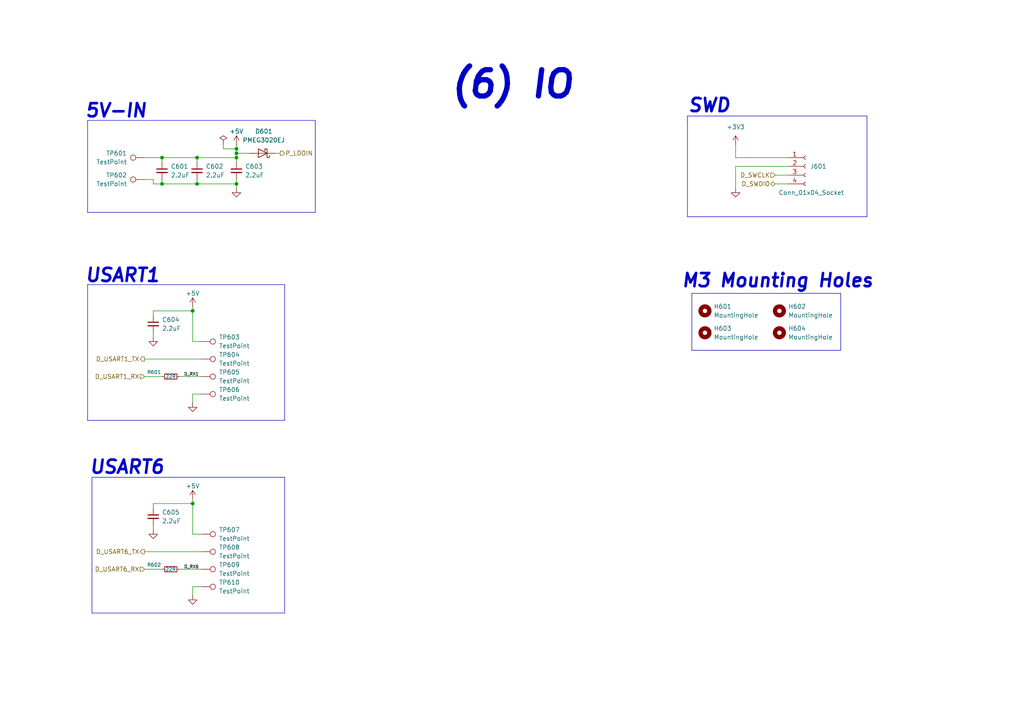
<source format=kicad_sch>
(kicad_sch (version 20250114) (generator "eeschema") (generator_version "9.0")
  (paper "A4")
  (title_block (title "Udayate") (date "2025-08-24") (rev "1") (comment 2 "LICENSE: CERN-OHL-S-2.0") (comment 3 "GitHub: https://github.com/Ozonised/Udayate") (comment 4 "Designed by: Farhan Khan"))
  (lib_symbols
    (symbol "Connector:Conn_01x04_Socket" (pin_names (offset 1.016) (hide yes))
      (property "Reference" "J" (at 0 5.08 0))
      (property "Value" "Conn_01x04_Socket" (at 0 -7.62 0))
      (symbol "Conn_01x04_Socket_1_1"
        (polyline (pts (xy -1.27 2.54) (xy -0.508 2.54)) (stroke (width 0.1524)))
        (polyline (pts (xy -1.27 0) (xy -0.508 0)) (stroke (width 0.1524)))
        (polyline (pts (xy -1.27 -2.54) (xy -0.508 -2.54)) (stroke (width 0.1524)))
        (polyline (pts (xy -1.27 -5.08) (xy -0.508 -5.08)) (stroke (width 0.1524)))
        (arc (start 0 2.032) (mid -0.5058 2.54) (end 0 3.048) (stroke (width 0.1524)))
        (arc (start 0 -0.508) (mid -0.5058 0) (end 0 0.508) (stroke (width 0.1524)))
        (arc (start 0 -3.048) (mid -0.5058 -2.54) (end 0 -2.032) (stroke (width 0.1524)))
        (arc (start 0 -5.588) (mid -0.5058 -5.08) (end 0 -4.572) (stroke (width 0.1524)))
        (pin passive line (at -5.08 2.54 0) (length 3.81) (name "Pin_1") (number "1"))
        (pin passive line (at -5.08 0 0) (length 3.81) (name "Pin_2") (number "2"))
        (pin passive line (at -5.08 -2.54 0) (length 3.81) (name "Pin_3") (number "3"))
        (pin passive line (at -5.08 -5.08 0) (length 3.81) (name "Pin_4") (number "4"))
      )
    )
    (symbol "Connector:TestPoint" (pin_numbers (hide yes)) (pin_names (offset 0.762) (hide yes))
      (property "Reference" "TP" (at 0 6.858 0))
      (property "Value" "TestPoint" (at 0 5.08 0))
      (symbol "TestPoint_0_1"
        (circle (center 0 3.302) (radius 0.762))
      )
      (symbol "TestPoint_1_1"
        (pin passive line (at 0 0 90) (length 2.54) (name "1") (number "1"))
      )
    )
    (symbol "Device:C_Small" (pin_numbers (hide yes)) (pin_names (offset 0.254) (hide yes))
      (property "Reference" "C" (at 0.254 1.778 0))
      (property "Value" "C_Small" (at 0.254 -2.032 0))
      (symbol "C_Small_0_1"
        (polyline (pts (xy -1.524 0.508) (xy 1.524 0.508)) (stroke (width 0.3048)))
        (polyline (pts (xy -1.524 -0.508) (xy 1.524 -0.508)) (stroke (width 0.3302)))
      )
      (symbol "C_Small_1_1"
        (pin passive line (at 0 2.54 270) (length 2.032) (name "~") (number "1"))
        (pin passive line (at 0 -2.54 90) (length 2.032) (name "~") (number "2"))
      )
    )
    (symbol "Device:R_Small" (pin_numbers (hide yes)) (pin_names (offset 0.254) (hide yes))
      (property "Reference" "R" (at 0 0 90))
      (property "Value" "R_Small" (at 1.778 0 90))
      (symbol "R_Small_0_1"
        (rectangle (start -0.762 1.778) (end 0.762 -1.778) (stroke (width 0.2032)))
      )
      (symbol "R_Small_1_1"
        (pin passive line (at 0 2.54 270) (length 0.762) (name "~") (number "1"))
        (pin passive line (at 0 -2.54 90) (length 0.762) (name "~") (number "2"))
      )
    )
    (symbol "Diode:PMEG3020EJ" (pin_numbers (hide yes)) (pin_names (hide yes))
      (property "Reference" "D" (at 0 2.54 0))
      (property "Value" "PMEG3020EJ" (at 0 -2.54 0))
      (symbol "PMEG3020EJ_0_1"
        (polyline (pts (xy -1.905 0.635) (xy -1.905 1.27) (xy -1.27 1.27) (xy -1.27 -1.27) (xy -0.635 -1.27) (xy -0.635 -0.635)) (stroke (width 0.2032)))
        (polyline (pts (xy 1.27 1.27) (xy 1.27 -1.27) (xy -1.27 0) (xy 1.27 1.27)) (stroke (width 0.2032)))
        (polyline (pts (xy 1.27 0) (xy -1.27 0)))
      )
      (symbol "PMEG3020EJ_1_1"
        (pin passive line (at -3.81 0 0) (length 2.54) (name "K") (number "1"))
        (pin passive line (at 3.81 0 180) (length 2.54) (name "A") (number "2"))
      )
    )
    (symbol "Mechanical:MountingHole" (pin_names (offset 1.016)) (in_bom no)
      (property "Reference" "H" (at 0 5.08 0))
      (property "Value" "MountingHole" (at 0 3.175 0))
      (symbol "MountingHole_0_1"
        (circle (center 0 0) (radius 1.27) (stroke (width 1.27)))
      )
    )
    (symbol "power:+3V3" (power) (pin_numbers (hide yes)) (pin_names (offset 0) (hide yes))
      (property "Value" "+3V3" (at 0 3.556 0))
      (symbol "+3V3_0_1"
        (polyline (pts (xy -0.762 1.27) (xy 0 2.54)))
        (polyline (pts (xy 0 2.54) (xy 0.762 1.27)))
        (polyline (pts (xy 0 0) (xy 0 2.54)))
      )
      (symbol "+3V3_1_1"
        (pin power_in line (at 0 0 90) (length 0) (name "~") (number "1"))
      )
    )
    (symbol "power:+5V" (power) (pin_numbers (hide yes)) (pin_names (offset 0) (hide yes))
      (property "Value" "+5V" (at 0 3.556 0))
      (symbol "+5V_0_1"
        (polyline (pts (xy -0.762 1.27) (xy 0 2.54)))
        (polyline (pts (xy 0 2.54) (xy 0.762 1.27)))
        (polyline (pts (xy 0 0) (xy 0 2.54)))
      )
      (symbol "+5V_1_1"
        (pin power_in line (at 0 0 90) (length 0) (name "~") (number "1"))
      )
    )
    (symbol "power:GND" (power) (pin_numbers (hide yes)) (pin_names (offset 0) (hide yes))
      (property "Value" "GND" (at 0 -3.81 0))
      (symbol "GND_0_1"
        (polyline (pts (xy 0 0) (xy 0 -1.27) (xy 1.27 -1.27) (xy 0 -2.54) (xy -1.27 -1.27) (xy 0 -1.27)))
      )
      (symbol "GND_1_1"
        (pin power_in line (at 0 0 270) (length 0) (name "~") (number "1"))
      )
    )
    (symbol "power:PWR_FLAG" (power) (pin_numbers (hide yes)) (pin_names (offset 0) (hide yes))
      (property "Value" "PWR_FLAG" (at 0 3.81 0))
      (symbol "PWR_FLAG_0_0"
        (pin power_out line (at 0 0 90) (length 0) (name "~") (number "1"))
      )
      (symbol "PWR_FLAG_0_1"
        (polyline (pts (xy 0 0) (xy 0 1.27) (xy -1.016 1.905) (xy 0 2.54) (xy 1.016 1.905) (xy 0 1.27)))
      )
    )
  )
  (text "5V-IN" (at 33.655 32.258 0) (effects (font (size 3.81 3.81) (thickness 0.762) (bold yes) (italic yes))))
  (text "USART1" (at 35.56 80.01 0) (effects (font (size 3.81 3.81) (thickness 0.762) (bold yes) (italic yes))))
  (text "(6) IO" (at 148.59 24.638 0) (effects (font (size 7.62 7.62) (thickness 1.524) (bold yes) (italic yes))))
  (text "SWD" (at 205.74 30.734 0) (effects (font (size 3.81 3.81) (thickness 0.762) (bold yes) (italic yes))))
  (text "USART6" (at 36.83 135.636 0) (effects (font (size 3.81 3.81) (thickness 0.762) (bold yes) (italic yes))))
  (text "M3 Mounting Holes" (at 225.552 81.534 0) (effects (font (size 3.81 3.81) (thickness 0.762) (bold yes) (italic yes))))
  (junction (at 57.15 45.72))
  (junction (at 46.99 53.34))
  (junction (at 68.58 43.18))
  (junction (at 68.58 53.34))
  (junction (at 57.15 53.34))
  (junction (at 55.88 90.17))
  (junction (at 68.58 44.45))
  (junction (at 46.99 45.72))
  (junction (at 55.88 146.05))
  (junction (at 68.58 45.72))
  (wire (pts (xy 68.58 52.07) (xy 68.58 53.34)))
  (wire (pts (xy 68.58 53.34) (xy 68.58 54.61)))
  (wire (pts (xy 228.6 48.26) (xy 213.36 48.26)))
  (wire (pts (xy 80.01 44.45) (xy 81.28 44.45)))
  (polyline (pts (xy 251.46 62.865) (xy 251.46 33.655)))
  (polyline (pts (xy 25.4 82.55) (xy 25.4 121.92)))
  (wire (pts (xy 44.45 52.07) (xy 44.45 53.34)))
  (wire (pts (xy 55.88 172.72) (xy 55.88 170.18)))
  (wire (pts (xy 68.58 44.45) (xy 72.39 44.45)))
  (polyline (pts (xy 25.4 35.56) (xy 25.4 61.595)))
  (polyline (pts (xy 26.67 138.43) (xy 26.67 177.8)))
  (wire (pts (xy 52.07 165.1) (xy 58.42 165.1)))
  (wire (pts (xy 68.58 44.45) (xy 68.58 45.72)))
  (polyline (pts (xy 82.55 82.55) (xy 82.55 121.92)))
  (wire (pts (xy 55.88 99.06) (xy 58.42 99.06)))
  (polyline (pts (xy 91.44 61.595) (xy 91.44 34.925)))
  (polyline (pts (xy 91.44 34.925) (xy 25.4 34.925)))
  (wire (pts (xy 41.91 165.1) (xy 46.99 165.1)))
  (wire (pts (xy 46.99 46.99) (xy 46.99 45.72)))
  (polyline (pts (xy 243.84 101.6) (xy 243.84 85.09)))
  (wire (pts (xy 52.07 109.22) (xy 58.42 109.22)))
  (wire (pts (xy 44.45 146.05) (xy 44.45 147.32)))
  (polyline (pts (xy 200.66 85.725) (xy 200.66 101.6)))
  (wire (pts (xy 41.91 52.07) (xy 44.45 52.07)))
  (polyline (pts (xy 82.55 82.55) (xy 25.4 82.55)))
  (wire (pts (xy 57.15 45.72) (xy 57.15 46.99)))
  (polyline (pts (xy 26.67 177.8) (xy 82.55 177.8)))
  (wire (pts (xy 224.79 53.34) (xy 228.6 53.34)))
  (wire (pts (xy 46.99 45.72) (xy 57.15 45.72)))
  (wire (pts (xy 44.45 90.17) (xy 55.88 90.17)))
  (polyline (pts (xy 25.4 61.595) (xy 91.44 61.595)))
  (polyline (pts (xy 82.55 121.92) (xy 25.4 121.92)))
  (wire (pts (xy 55.88 114.3) (xy 58.42 114.3)))
  (wire (pts (xy 41.91 109.22) (xy 46.99 109.22)))
  (wire (pts (xy 41.91 160.02) (xy 58.42 160.02)))
  (wire (pts (xy 55.88 90.17) (xy 55.88 99.06)))
  (wire (pts (xy 55.88 116.84) (xy 55.88 114.3)))
  (polyline (pts (xy 25.4 34.925) (xy 25.4 35.56)))
  (polyline (pts (xy 199.39 33.655) (xy 199.39 34.925)))
  (wire (pts (xy 68.58 45.72) (xy 68.58 46.99)))
  (wire (pts (xy 68.58 45.72) (xy 57.15 45.72)))
  (polyline (pts (xy 199.39 34.925) (xy 199.39 62.865)))
  (wire (pts (xy 228.6 50.8) (xy 224.79 50.8)))
  (polyline (pts (xy 200.66 85.09) (xy 200.66 85.725)))
  (wire (pts (xy 64.77 43.18) (xy 68.58 43.18)))
  (wire (pts (xy 213.36 48.26) (xy 213.36 54.61)))
  (wire (pts (xy 55.88 154.94) (xy 58.42 154.94)))
  (polyline (pts (xy 251.46 33.655) (xy 199.39 33.655)))
  (wire (pts (xy 41.91 104.14) (xy 58.42 104.14)))
  (polyline (pts (xy 82.55 177.8) (xy 82.55 138.43)))
  (wire (pts (xy 68.58 41.91) (xy 68.58 43.18)))
  (wire (pts (xy 213.36 45.72) (xy 228.6 45.72)))
  (wire (pts (xy 68.58 53.34) (xy 57.15 53.34)))
  (wire (pts (xy 44.45 90.17) (xy 44.45 91.44)))
  (polyline (pts (xy 199.39 62.865) (xy 251.46 62.865)))
  (polyline (pts (xy 200.66 101.6) (xy 243.84 101.6)))
  (wire (pts (xy 46.99 53.34) (xy 57.15 53.34)))
  (polyline (pts (xy 82.55 138.43) (xy 26.67 138.43)))
  (wire (pts (xy 44.45 152.4) (xy 44.45 153.67)))
  (wire (pts (xy 55.88 144.78) (xy 55.88 146.05)))
  (wire (pts (xy 55.88 88.9) (xy 55.88 90.17)))
  (wire (pts (xy 64.77 41.91) (xy 64.77 43.18)))
  (wire (pts (xy 57.15 52.07) (xy 57.15 53.34)))
  (wire (pts (xy 44.45 53.34) (xy 46.99 53.34)))
  (wire (pts (xy 46.99 52.07) (xy 46.99 53.34)))
  (wire (pts (xy 44.45 96.52) (xy 44.45 97.79)))
  (wire (pts (xy 55.88 146.05) (xy 55.88 154.94)))
  (wire (pts (xy 213.36 41.91) (xy 213.36 45.72)))
  (wire (pts (xy 44.45 146.05) (xy 55.88 146.05)))
  (wire (pts (xy 68.58 43.18) (xy 68.58 44.45)))
  (polyline (pts (xy 243.84 85.09) (xy 200.66 85.09)))
  (wire (pts (xy 41.91 45.72) (xy 46.99 45.72)))
  (wire (pts (xy 55.88 170.18) (xy 58.42 170.18)))
  (label "D_RX1" (at 53.34 109.22 0) (effects (font (size 0.889 0.889))))
  (label "D_RX6" (at 53.34 165.1 0) (effects (font (size 0.889 0.889))))
  (hierarchical_label "D_SWDIO" (shape bidirectional) (at 224.79 53.34 180))
  (hierarchical_label "D_USART1_RX" (shape input) (at 41.91 109.22 180))
  (hierarchical_label "D_USART6_RX" (shape input) (at 41.91 165.1 180))
  (hierarchical_label "D_USART6_TX" (shape output) (at 41.91 160.02 180))
  (hierarchical_label "D_USART1_TX" (shape output) (at 41.91 104.14 180))
  (hierarchical_label "D_SWCLK" (shape input) (at 224.79 50.8 180))
  (hierarchical_label "P_LDOIN" (shape output) (at 81.28 44.45 0))
  (symbol (lib_id "power:+3V3") (at 213.36 41.91 0) (unit 1)
    (property "Reference" "#PWR0602" (effects (hide yes)))
    (property "Value" "+3V3" (at 213.36 36.83 0))
    (property "Description" "Power symbol creates a global label with name \"+3V3\"" (effects (hide yes)))
  )
  (symbol (lib_id "Connector:TestPoint") (at 41.91 45.72 90) (mirror x) (unit 1)
    (property "Reference" "TP601" (at 36.83 44.4499 90) (effects (justify left)))
    (property "Value" "TestPoint" (at 36.83 46.9899 90) (effects (justify left)))
    (property "Footprint" "TestPoint:TestPoint_Pad_2.0x2.0mm" (effects (hide yes)))
    (property "Description" "test point" (effects (hide yes)))
  )
  (symbol (lib_id "Connector:TestPoint") (at 58.42 160.02 270) (unit 1)
    (property "Reference" "TP608" (at 63.5 158.7499 90) (effects (justify left)))
    (property "Value" "TestPoint" (at 63.5 161.2899 90) (effects (justify left)))
    (property "Footprint" "TestPoint:TestPoint_Pad_1.0x1.0mm" (effects (hide yes)))
    (property "Description" "test point" (effects (hide yes)))
  )
  (symbol (lib_id "Connector:TestPoint") (at 58.42 99.06 270) (unit 1)
    (property "Reference" "TP603" (at 63.5 97.7899 90) (effects (justify left)))
    (property "Value" "TestPoint" (at 63.5 100.3299 90) (effects (justify left)))
    (property "Footprint" "TestPoint:TestPoint_Pad_1.0x1.0mm" (effects (hide yes)))
    (property "Description" "test point" (effects (hide yes)))
  )
  (symbol (lib_id "Mechanical:MountingHole") (at 226.06 96.52 0) (unit 1) (in_bom no)
    (property "Reference" "H604" (at 228.6 95.2499 0) (effects (justify left)))
    (property "Value" "MountingHole" (at 228.6 97.7899 0) (effects (justify left)))
    (property "Footprint" "MountingHole:MountingHole_3.2mm_M3" (effects (hide yes)))
    (property "Description" "Mounting Hole without connection" (effects (hide yes)))
  )
  (symbol (lib_id "Device:C_Small") (at 46.99 49.53 0) (unit 1)
    (property "Reference" "C601" (at 49.53 48.2662 0) (effects (justify left)))
    (property "Value" "2.2uF" (at 49.53 50.8062 0) (effects (justify left)))
    (property "Footprint" "Capacitor_SMD:C_0805_2012Metric_Pad1.18x1.45mm_HandSolder" (effects (hide yes)))
    (property "Description" "Ceramic Capacitor, Ceramic, 16V, 20% +Tol, 20% -Tol, X7R, 15% TC, 2.2uF, Surface Mount, 0805" (effects (hide yes)))
    (property "MPN" "GCM21BR71C225MA64L" (effects (hide yes)))
    (property "Manufacturer" "Murata" (effects (hide yes)))
  )
  (symbol (lib_id "Connector:TestPoint") (at 58.42 109.22 270) (unit 1)
    (property "Reference" "TP605" (at 63.5 107.9499 90) (effects (justify left)))
    (property "Value" "TestPoint" (at 63.5 110.4899 90) (effects (justify left)))
    (property "Footprint" "TestPoint:TestPoint_Pad_1.0x1.0mm" (effects (hide yes)))
    (property "Description" "test point" (effects (hide yes)))
  )
  (symbol (lib_id "Connector:TestPoint") (at 58.42 170.18 270) (unit 1)
    (property "Reference" "TP610" (at 63.5 168.9099 90) (effects (justify left)))
    (property "Value" "TestPoint" (at 63.5 171.4499 90) (effects (justify left)))
    (property "Footprint" "TestPoint:TestPoint_Pad_1.0x1.0mm" (effects (hide yes)))
    (property "Description" "test point" (effects (hide yes)))
  )
  (symbol (lib_id "power:GND") (at 213.36 54.61 0) (unit 1)
    (property "Reference" "#PWR0604" (effects (hide yes)))
    (property "Value" "GND" (effects (hide yes)))
    (property "Description" "Power symbol creates a global label with name \"GND\" , ground" (effects (hide yes)))
  )
  (symbol (lib_id "Device:R_Small") (at 49.53 165.1 90) (unit 1)
    (property "Reference" "R602" (at 46.736 163.83 90) (effects (font (size 1.016 1.016)) (justify left)))
    (property "Value" "22R" (at 51.054 165.1 90) (effects (font (size 1.016 1.016)) (justify left)))
    (property "Footprint" "Resistor_SMD:R_0603_1608Metric_Pad0.98x0.95mm_HandSolder" (effects (hide yes)))
    (property "Description" "Resistor, small symbol" (effects (hide yes)))
    (property "MPN" "CR0603-FX-22R0ELF" (effects (hide yes)))
    (property "Manufacturer" "Bourns" (effects (hide yes)))
  )
  (symbol (lib_id "Connector:TestPoint") (at 58.42 165.1 270) (unit 1)
    (property "Reference" "TP609" (at 63.5 163.8299 90) (effects (justify left)))
    (property "Value" "TestPoint" (at 63.5 166.3699 90) (effects (justify left)))
    (property "Footprint" "TestPoint:TestPoint_Pad_1.0x1.0mm" (effects (hide yes)))
    (property "Description" "test point" (effects (hide yes)))
  )
  (symbol (lib_id "power:+5V") (at 55.88 144.78 0) (unit 1)
    (property "Reference" "#PWR0608" (effects (hide yes)))
    (property "Value" "+5V" (at 55.88 140.97 0))
    (property "Description" "Power symbol creates a global label with name \"+5V\"" (effects (hide yes)))
  )
  (symbol (lib_id "Mechanical:MountingHole") (at 204.47 96.52 0) (unit 1) (in_bom no)
    (property "Reference" "H603" (at 207.01 95.2499 0) (effects (justify left)))
    (property "Value" "MountingHole" (at 207.01 97.7899 0) (effects (justify left)))
    (property "Footprint" "MountingHole:MountingHole_3.2mm_M3" (effects (hide yes)))
    (property "Description" "Mounting Hole without connection" (effects (hide yes)))
  )
  (symbol (lib_id "Connector:TestPoint") (at 58.42 114.3 270) (unit 1)
    (property "Reference" "TP606" (at 63.5 113.0299 90) (effects (justify left)))
    (property "Value" "TestPoint" (at 63.5 115.5699 90) (effects (justify left)))
    (property "Footprint" "TestPoint:TestPoint_Pad_1.0x1.0mm" (effects (hide yes)))
    (property "Description" "test point" (effects (hide yes)))
  )
  (symbol (lib_id "Device:C_Small") (at 44.45 93.98 0) (unit 1)
    (property "Reference" "C604" (at 46.99 92.7162 0) (effects (justify left)))
    (property "Value" "2.2uF" (at 46.99 95.2562 0) (effects (justify left)))
    (property "Footprint" "Capacitor_SMD:C_0805_2012Metric_Pad1.18x1.45mm_HandSolder" (effects (hide yes)))
    (property "Description" "Ceramic Capacitor, Ceramic, 16V, 20% +Tol, 20% -Tol, X7R, 15% TC, 2.2uF, Surface Mount, 0805" (effects (hide yes)))
    (property "MPN" "GCM21BR71C225MA64L" (effects (hide yes)))
    (property "Manufacturer" "Murata" (effects (hide yes)))
  )
  (symbol (lib_id "Device:C_Small") (at 57.15 49.53 0) (unit 1)
    (property "Reference" "C602" (at 59.69 48.2662 0) (effects (justify left)))
    (property "Value" "2.2uF" (at 59.69 50.8062 0) (effects (justify left)))
    (property "Footprint" "Capacitor_SMD:C_0805_2012Metric_Pad1.18x1.45mm_HandSolder" (effects (hide yes)))
    (property "Description" "Ceramic Capacitor, Ceramic, 16V, 20% +Tol, 20% -Tol, X7R, 15% TC, 2.2uF, Surface Mount, 0805" (effects (hide yes)))
    (property "MPN" "GCM21BR71C225MA64L" (effects (hide yes)))
    (property "Manufacturer" "Murata" (effects (hide yes)))
  )
  (symbol (lib_id "power:GND") (at 55.88 116.84 0) (unit 1)
    (property "Reference" "#PWR0607" (effects (hide yes)))
    (property "Value" "GND" (effects (hide yes)))
    (property "Description" "Power symbol creates a global label with name \"GND\" , ground" (effects (hide yes)))
  )
  (symbol (lib_id "power:GND") (at 44.45 97.79 0) (unit 1)
    (property "Reference" "#PWR0606" (effects (hide yes)))
    (property "Value" "GND" (effects (hide yes)))
    (property "Description" "Power symbol creates a global label with name \"GND\" , ground" (effects (hide yes)))
  )
  (symbol (lib_id "power:GND") (at 68.58 54.61 0) (unit 1)
    (property "Reference" "#PWR0603" (effects (hide yes)))
    (property "Value" "GND" (effects (hide yes)))
    (property "Description" "Power symbol creates a global label with name \"GND\" , ground" (effects (hide yes)))
  )
  (symbol (lib_id "Mechanical:MountingHole") (at 204.47 90.17 0) (unit 1) (in_bom no)
    (property "Reference" "H601" (at 207.01 88.8999 0) (effects (justify left)))
    (property "Value" "MountingHole" (at 207.01 91.4399 0) (effects (justify left)))
    (property "Footprint" "MountingHole:MountingHole_3.2mm_M3" (effects (hide yes)))
    (property "Description" "Mounting Hole without connection" (effects (hide yes)))
  )
  (symbol (lib_id "Connector:TestPoint") (at 58.42 154.94 270) (unit 1)
    (property "Reference" "TP607" (at 63.5 153.6699 90) (effects (justify left)))
    (property "Value" "TestPoint" (at 63.5 156.2099 90) (effects (justify left)))
    (property "Footprint" "TestPoint:TestPoint_Pad_1.0x1.0mm" (effects (hide yes)))
    (property "Description" "test point" (effects (hide yes)))
  )
  (symbol (lib_id "power:PWR_FLAG") (at 64.77 41.91 0) (unit 1)
    (property "Reference" "#FLG0602" (effects (hide yes)))
    (property "Value" "PWR_FLAG" (effects (hide yes)))
    (property "Description" "Special symbol for telling ERC where power comes from" (effects (hide yes)))
  )
  (symbol (lib_id "Connector:TestPoint") (at 58.42 104.14 270) (unit 1)
    (property "Reference" "TP604" (at 63.5 102.8699 90) (effects (justify left)))
    (property "Value" "TestPoint" (at 63.5 105.4099 90) (effects (justify left)))
    (property "Footprint" "TestPoint:TestPoint_Pad_1.0x1.0mm" (effects (hide yes)))
    (property "Description" "test point" (effects (hide yes)))
  )
  (symbol (lib_id "Diode:PMEG3020EJ") (at 76.2 44.45 180) (unit 1)
    (property "Reference" "D601" (at 76.5175 38.1 0))
    (property "Value" "PMEG3020EJ" (at 76.5175 40.64 0))
    (property "Footprint" "Diode_SMD:D_SOD-323F" (effects (hide yes)))
    (property "Datasheet" "https://assets.nexperia.com/documents/data-sheet/PMEG3020EH_EJ.pdf" (effects (hide yes)))
    (property "Description" "30V, 2A ultra low Vf MEGA Schottky barrier rectifier, SOD-323F" (effects (hide yes)))
    (property "MPN" "PMEG3020EJ,115" (effects (hide yes)))
    (property "Manufacturer" "Nexperia" (effects (hide yes)))
  )
  (symbol (lib_id "power:+5V") (at 68.58 41.91 0) (mirror y) (unit 1)
    (property "Reference" "#PWR0601" (effects (hide yes)))
    (property "Value" "+5V" (at 68.58 38.1 0))
    (property "Description" "Power symbol creates a global label with name \"+5V\"" (effects (hide yes)))
  )
  (symbol (lib_id "Device:C_Small") (at 68.58 49.53 0) (unit 1)
    (property "Reference" "C603" (at 71.12 48.2662 0) (effects (justify left)))
    (property "Value" "2.2uF" (at 71.12 50.8062 0) (effects (justify left)))
    (property "Footprint" "Capacitor_SMD:C_0805_2012Metric_Pad1.18x1.45mm_HandSolder" (effects (hide yes)))
    (property "Description" "Ceramic Capacitor, Ceramic, 16V, 20% +Tol, 20% -Tol, X7R, 15% TC, 2.2uF, Surface Mount, 0805" (effects (hide yes)))
    (property "MPN" "GCM21BR71C225MA64L" (effects (hide yes)))
    (property "Manufacturer" "Murata" (effects (hide yes)))
  )
  (symbol (lib_id "Device:R_Small") (at 49.53 109.22 90) (unit 1)
    (property "Reference" "R601" (at 46.736 107.95 90) (effects (font (size 1.016 1.016)) (justify left)))
    (property "Value" "22R" (at 51.054 109.22 90) (effects (font (size 1.016 1.016)) (justify left)))
    (property "Footprint" "Resistor_SMD:R_0603_1608Metric_Pad0.98x0.95mm_HandSolder" (effects (hide yes)))
    (property "Description" "Resistor, small symbol" (effects (hide yes)))
    (property "MPN" "CR0603-FX-22R0ELF" (effects (hide yes)))
    (property "Manufacturer" "Bourns" (effects (hide yes)))
  )
  (symbol (lib_id "power:GND") (at 55.88 172.72 0) (unit 1)
    (property "Reference" "#PWR0610" (effects (hide yes)))
    (property "Value" "GND" (effects (hide yes)))
    (property "Description" "Power symbol creates a global label with name \"GND\" , ground" (effects (hide yes)))
  )
  (symbol (lib_id "Connector:Conn_01x04_Socket") (at 233.68 48.26 0) (unit 1)
    (property "Reference" "J601" (at 234.95 48.2599 0) (effects (justify left)))
    (property "Value" "Conn_01x04_Socket" (at 225.806 55.88 0) (effects (justify left)))
    (property "Footprint" "Connector_PinHeader_2.54mm:PinHeader_1x04_P2.54mm_Vertical" (effects (hide yes)))
    (property "Description" "Generic connector, single row, 01x04, script generated" (effects (hide yes)))
  )
  (symbol (lib_id "Device:C_Small") (at 44.45 149.86 0) (unit 1)
    (property "Reference" "C605" (at 46.99 148.5962 0) (effects (justify left)))
    (property "Value" "2.2uF" (at 46.99 151.1362 0) (effects (justify left)))
    (property "Footprint" "Capacitor_SMD:C_0805_2012Metric_Pad1.18x1.45mm_HandSolder" (effects (hide yes)))
    (property "Description" "Ceramic Capacitor, Ceramic, 16V, 20% +Tol, 20% -Tol, X7R, 15% TC, 2.2uF, Surface Mount, 0805" (effects (hide yes)))
    (property "MPN" "GCM21BR71C225MA64L" (effects (hide yes)))
    (property "Manufacturer" "Murata" (effects (hide yes)))
  )
  (symbol (lib_id "power:+5V") (at 55.88 88.9 0) (unit 1)
    (property "Reference" "#PWR0605" (effects (hide yes)))
    (property "Value" "+5V" (at 55.88 85.09 0))
    (property "Description" "Power symbol creates a global label with name \"+5V\"" (effects (hide yes)))
  )
  (symbol (lib_id "Mechanical:MountingHole") (at 226.06 90.17 0) (unit 1) (in_bom no)
    (property "Reference" "H602" (at 228.6 88.8999 0) (effects (justify left)))
    (property "Value" "MountingHole" (at 228.6 91.4399 0) (effects (justify left)))
    (property "Footprint" "MountingHole:MountingHole_3.2mm_M3" (effects (hide yes)))
    (property "Description" "Mounting Hole without connection" (effects (hide yes)))
  )
  (symbol (lib_id "power:GND") (at 44.45 153.67 0) (unit 1)
    (property "Reference" "#PWR0609" (effects (hide yes)))
    (property "Value" "GND" (effects (hide yes)))
    (property "Description" "Power symbol creates a global label with name \"GND\" , ground" (effects (hide yes)))
  )
  (symbol (lib_id "Connector:TestPoint") (at 41.91 52.07 90) (mirror x) (unit 1)
    (property "Reference" "TP602" (at 36.83 50.7999 90) (effects (justify left)))
    (property "Value" "TestPoint" (at 36.83 53.3399 90) (effects (justify left)))
    (property "Footprint" "TestPoint:TestPoint_Pad_2.0x2.0mm" (effects (hide yes)))
    (property "Description" "test point" (effects (hide yes)))
  )
)
</source>
